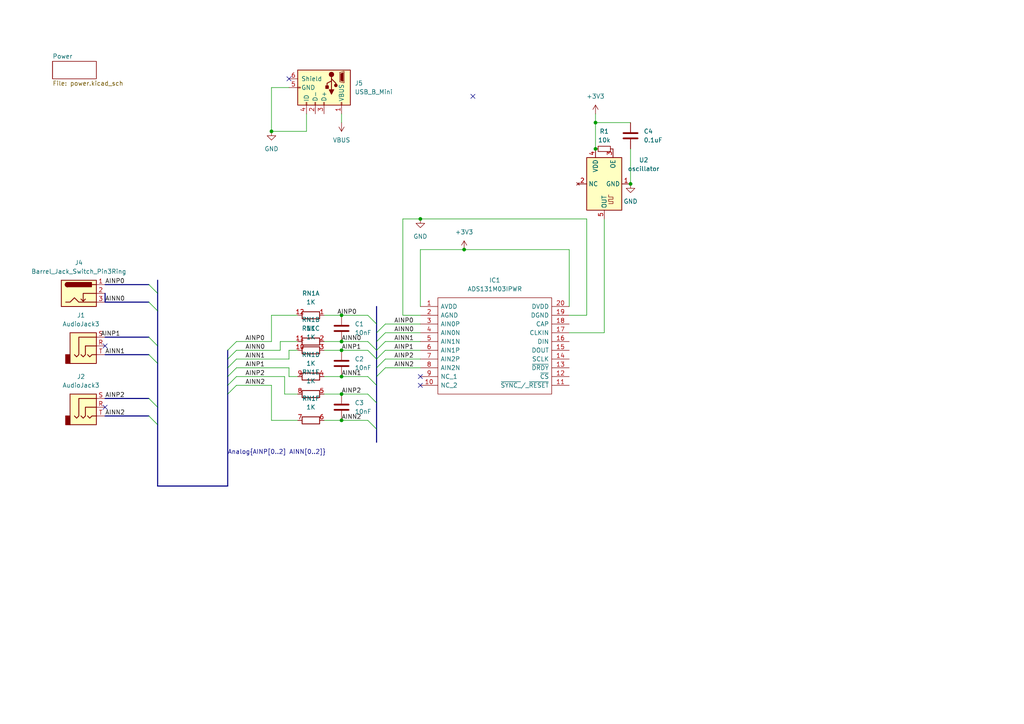
<source format=kicad_sch>
(kicad_sch (version 20230121) (generator eeschema)
  (paper "A4")
  (lib_symbols
    (symbol "ADS131M03IPWR:ADS131M03IPWR" (pin_names (offset 0.762))
      (property "Reference" "IC" (at 39.37 7.62 0))
      (property "Value" "ADS131M03IPWR" (at 39.37 5.08 0))
      (symbol "ADS131M03IPWR_0_0"
        (pin passive line (at 0 0 0) (length 5.08) (name "AVDD") (number "1"))
        (pin passive line (at 0 -22.86 0) (length 5.08) (name "NC_2") (number "10"))
        (pin passive line (at 43.18 -22.86 180) (length 5.08) (name "~{SYNC_}/_~{RESET}") (number "11"))
        (pin passive line (at 43.18 -20.32 180) (length 5.08) (name "~{CS}") (number "12"))
        (pin passive line (at 43.18 -17.78 180) (length 5.08) (name "~{DRDY}") (number "13"))
        (pin passive line (at 43.18 -15.24 180) (length 5.08) (name "SCLK") (number "14"))
        (pin passive line (at 43.18 -12.7 180) (length 5.08) (name "DOUT") (number "15"))
        (pin passive line (at 43.18 -10.16 180) (length 5.08) (name "DIN") (number "16"))
        (pin passive line (at 43.18 -7.62 180) (length 5.08) (name "CLKIN") (number "17"))
        (pin passive line (at 43.18 -5.08 180) (length 5.08) (name "CAP") (number "18"))
        (pin passive line (at 43.18 -2.54 180) (length 5.08) (name "DGND") (number "19"))
        (pin passive line (at 0 -2.54 0) (length 5.08) (name "AGND") (number "2"))
        (pin passive line (at 43.18 0 180) (length 5.08) (name "DVDD") (number "20"))
        (pin passive line (at 0 -5.08 0) (length 5.08) (name "AIN0P") (number "3"))
        (pin passive line (at 0 -7.62 0) (length 5.08) (name "AIN0N") (number "4"))
        (pin passive line (at 0 -10.16 0) (length 5.08) (name "AIN1N") (number "5"))
        (pin passive line (at 0 -12.7 0) (length 5.08) (name "AIN1P") (number "6"))
        (pin passive line (at 0 -15.24 0) (length 5.08) (name "AIN2P") (number "7"))
        (pin passive line (at 0 -17.78 0) (length 5.08) (name "AIN2N") (number "8"))
        (pin passive line (at 0 -20.32 0) (length 5.08) (name "NC_1") (number "9"))
      )
      (symbol "ADS131M03IPWR_0_1"
        (polyline (pts (xy 5.08 2.54) (xy 38.1 2.54) (xy 38.1 -25.4) (xy 5.08 -25.4) (xy 5.08 2.54)) (stroke (width 0.1524)))
      )
    )
    (symbol "Connector:Barrel_Jack_Switch_Pin3Ring" (pin_names hide)
      (property "Reference" "J" (at 0 5.334 0))
      (property "Value" "Barrel_Jack_Switch_Pin3Ring" (at 0 -5.08 0))
      (symbol "Barrel_Jack_Switch_Pin3Ring_0_1"
        (rectangle (start -5.08 3.81) (end 5.08 -3.81) (stroke (width 0.254)) (fill (type background)))
        (arc (start -3.302 3.175) (mid -3.9343 2.54) (end -3.302 1.905) (stroke (width 0.254)))
        (arc (start -3.302 3.175) (mid -3.9343 2.54) (end -3.302 1.905) (stroke (width 0.254)) (fill (type outline)))
        (polyline (pts (xy 1.27 -2.286) (xy 1.905 -1.651)) (stroke (width 0.254)))
        (polyline (pts (xy 5.08 2.54) (xy 3.81 2.54)) (stroke (width 0.254)))
        (polyline (pts (xy 5.08 0) (xy 1.27 0) (xy 1.27 -2.286) (xy 0.635 -1.651)) (stroke (width 0.254)))
        (polyline (pts (xy -3.81 -2.54) (xy -2.54 -2.54) (xy -1.27 -1.27) (xy 0 -2.54) (xy 2.54 -2.54) (xy 5.08 -2.54)) (stroke (width 0.254)))
        (rectangle (start 3.683 3.175) (end -3.302 1.905) (stroke (width 0.254)) (fill (type outline)))
      )
      (symbol "Barrel_Jack_Switch_Pin3Ring_1_1"
        (pin passive line (at 7.62 2.54 180) (length 2.54) (name "~") (number "1"))
        (pin passive line (at 7.62 0 180) (length 2.54) (name "~") (number "2"))
        (pin passive line (at 7.62 -2.54 180) (length 2.54) (name "~") (number "3"))
      )
    )
    (symbol "Connector:USB_B_Mini" (pin_names (offset 1.016))
      (property "Reference" "J" (at -5.08 11.43 0))
      (property "Value" "USB_B_Mini" (at -5.08 8.89 0))
      (symbol "USB_B_Mini_0_1"
        (rectangle (start -5.08 -7.62) (end 5.08 7.62) (stroke (width 0.254)) (fill (type background)))
        (circle (center -3.81 2.159) (radius 0.635) (stroke (width 0.254)) (fill (type outline)))
        (circle (center -0.635 3.429) (radius 0.381) (stroke (width 0.254)) (fill (type outline)))
        (rectangle (start -0.127 -7.62) (end 0.127 -6.858))
        (polyline (pts (xy -1.905 2.159) (xy 0.635 2.159)) (stroke (width 0.254)))
        (polyline (pts (xy -3.175 2.159) (xy -2.54 2.159) (xy -1.27 3.429) (xy -0.635 3.429)) (stroke (width 0.254)))
        (polyline (pts (xy -2.54 2.159) (xy -1.905 2.159) (xy -1.27 0.889) (xy 0 0.889)) (stroke (width 0.254)))
        (polyline (pts (xy 0.635 2.794) (xy 0.635 1.524) (xy 1.905 2.159) (xy 0.635 2.794)) (stroke (width 0.254)) (fill (type outline)))
        (polyline (pts (xy -4.318 5.588) (xy -1.778 5.588) (xy -2.032 4.826) (xy -4.064 4.826) (xy -4.318 5.588)) (fill (type outline)))
        (polyline (pts (xy -4.699 5.842) (xy -4.699 5.588) (xy -4.445 4.826) (xy -4.445 4.572) (xy -1.651 4.572) (xy -1.651 4.826) (xy -1.397 5.588) (xy -1.397 5.842) (xy -4.699 5.842)))
        (rectangle (start 0.254 1.27) (end -0.508 0.508) (stroke (width 0.254)) (fill (type outline)))
        (rectangle (start 5.08 -5.207) (end 4.318 -4.953))
        (rectangle (start 5.08 -2.667) (end 4.318 -2.413))
        (rectangle (start 5.08 -0.127) (end 4.318 0.127))
        (rectangle (start 5.08 4.953) (end 4.318 5.207))
      )
      (symbol "USB_B_Mini_1_1"
        (pin power_out line (at 7.62 5.08 180) (length 2.54) (name "VBUS") (number "1"))
        (pin bidirectional line (at 7.62 -2.54 180) (length 2.54) (name "D-") (number "2"))
        (pin bidirectional line (at 7.62 0 180) (length 2.54) (name "D+") (number "3"))
        (pin passive line (at 7.62 -5.08 180) (length 2.54) (name "ID") (number "4"))
        (pin power_out line (at 0 -10.16 90) (length 2.54) (name "GND") (number "5"))
        (pin passive line (at -2.54 -10.16 90) (length 2.54) (name "Shield") (number "6"))
      )
    )
    (symbol "Connector_Audio:AudioJack3"
      (property "Reference" "J" (at 0 8.89 0))
      (property "Value" "AudioJack3" (at 0 6.35 0))
      (symbol "AudioJack3_0_1"
        (rectangle (start -5.08 -5.08) (end -6.35 -2.54) (stroke (width 0.254)) (fill (type outline)))
        (polyline (pts (xy 0 -2.54) (xy 0.635 -3.175) (xy 1.27 -2.54) (xy 2.54 -2.54)) (stroke (width 0.254)))
        (polyline (pts (xy -1.905 -2.54) (xy -1.27 -3.175) (xy -0.635 -2.54) (xy -0.635 0) (xy 2.54 0)) (stroke (width 0.254)))
        (polyline (pts (xy 2.54 2.54) (xy -2.54 2.54) (xy -2.54 -2.54) (xy -3.175 -3.175) (xy -3.81 -2.54)) (stroke (width 0.254)))
        (rectangle (start 2.54 3.81) (end -5.08 -5.08) (stroke (width 0.254)) (fill (type background)))
      )
      (symbol "AudioJack3_1_1"
        (pin passive line (at 5.08 0 180) (length 2.54) (name "~") (number "R"))
        (pin passive line (at 5.08 2.54 180) (length 2.54) (name "~") (number "S"))
        (pin passive line (at 5.08 -2.54 180) (length 2.54) (name "~") (number "T"))
      )
    )
    (symbol "Device:C" (pin_numbers hide) (pin_names (offset 0.254))
      (property "Reference" "C" (at 0.635 2.54 0))
      (property "Value" "C" (at 0.635 -2.54 0))
      (symbol "C_0_1"
        (polyline (pts (xy -2.032 -0.762) (xy 2.032 -0.762)) (stroke (width 0.508)))
        (polyline (pts (xy -2.032 0.762) (xy 2.032 0.762)) (stroke (width 0.508)))
      )
      (symbol "C_1_1"
        (pin passive line (at 0 3.81 270) (length 2.794) (name "~") (number "1"))
        (pin passive line (at 0 -3.81 90) (length 2.794) (name "~") (number "2"))
      )
    )
    (symbol "Device:R_Pack06_Split" (pin_names (offset 0) hide)
      (property "Reference" "RN" (at 2.032 0 90))
      (property "Value" "R_Pack06_Split" (at 0 0 90))
      (symbol "R_Pack06_Split_0_1"
        (rectangle (start 1.016 2.54) (end -1.016 -2.54) (stroke (width 0.254)))
      )
      (symbol "R_Pack06_Split_1_1"
        (pin passive line (at 0 -3.81 90) (length 1.27) (name "R1.1") (number "1"))
        (pin passive line (at 0 3.81 270) (length 1.27) (name "R1.2") (number "12"))
      )
      (symbol "R_Pack06_Split_2_1"
        (pin passive line (at 0 3.81 270) (length 1.27) (name "R2.2") (number "11"))
        (pin passive line (at 0 -3.81 90) (length 1.27) (name "R2.1") (number "2"))
      )
      (symbol "R_Pack06_Split_3_1"
        (pin passive line (at 0 3.81 270) (length 1.27) (name "R3.2") (number "10"))
        (pin passive line (at 0 -3.81 90) (length 1.27) (name "R3.1") (number "3"))
      )
      (symbol "R_Pack06_Split_4_1"
        (pin passive line (at 0 -3.81 90) (length 1.27) (name "R4.1") (number "4"))
        (pin passive line (at 0 3.81 270) (length 1.27) (name "R4.2") (number "9"))
      )
      (symbol "R_Pack06_Split_5_1"
        (pin passive line (at 0 -3.81 90) (length 1.27) (name "R5.1") (number "5"))
        (pin passive line (at 0 3.81 270) (length 1.27) (name "R5.2") (number "8"))
      )
      (symbol "R_Pack06_Split_6_1"
        (pin passive line (at 0 -3.81 90) (length 1.27) (name "R6.1") (number "6"))
        (pin passive line (at 0 3.81 270) (length 1.27) (name "R6.2") (number "7"))
      )
    )
    (symbol "Device:R_Small" (pin_numbers hide) (pin_names (offset 0.254) hide)
      (property "Reference" "R" (at 0.762 0.508 0))
      (property "Value" "R_Small" (at 0.762 -1.016 0))
      (symbol "R_Small_0_1"
        (rectangle (start -0.762 1.778) (end 0.762 -1.778) (stroke (width 0.2032)))
      )
      (symbol "R_Small_1_1"
        (pin passive line (at 0 2.54 270) (length 0.762) (name "~") (number "1"))
        (pin passive line (at 0 -2.54 90) (length 0.762) (name "~") (number "2"))
      )
    )
    (symbol "PVrouter:oscillator"
      (property "Reference" "U" (at -6.35 6.35 0))
      (property "Value" "oscillator" (at 7.62 6.35 0))
      (symbol "oscillator_1_1"
        (rectangle (start -7.62 5.08) (end 7.62 -5.08) (stroke (width 0.254)) (fill (type background)))
        (polyline (pts (xy 3.175 1.27) (xy 3.81 1.27) (xy 3.81 2.54) (xy 4.445 2.54) (xy 4.445 1.27) (xy 5.08 1.27) (xy 5.08 2.54) (xy 5.715 2.54) (xy 5.715 1.27)))
        (pin power_in line (at 0 7.62 270) (length 2.54) (name "GND") (number "1"))
        (pin no_connect line (at 0 -7.62 90) (length 2.54) (name "NC") (number "2"))
        (pin input line (at -10.16 2.54 0) (length 2.54) (name "OE") (number "3"))
        (pin power_in line (at -10.16 -2.54 0) (length 2.54) (name "VDD") (number "4"))
        (pin output line (at 10.16 0 180) (length 2.54) (name "OUT") (number "5"))
      )
    )
    (symbol "power:+3V3" (power) (pin_names (offset 0))
      (property "Value" "+3V3" (at 0 3.556 0))
      (symbol "+3V3_0_1"
        (polyline (pts (xy -0.762 1.27) (xy 0 2.54)))
        (polyline (pts (xy 0 0) (xy 0 2.54)))
        (polyline (pts (xy 0 2.54) (xy 0.762 1.27)))
      )
      (symbol "+3V3_1_1"
        (pin power_in line (at 0 0 90) (length 0) hide (name "+3V3") (number "1"))
      )
    )
    (symbol "power:GND" (power) (pin_names (offset 0))
      (property "Value" "GND" (at 0 -3.81 0))
      (symbol "GND_0_1"
        (polyline (pts (xy 0 0) (xy 0 -1.27) (xy 1.27 -1.27) (xy 0 -2.54) (xy -1.27 -1.27) (xy 0 -1.27)))
      )
      (symbol "GND_1_1"
        (pin power_in line (at 0 0 270) (length 0) hide (name "GND") (number "1"))
      )
    )
    (symbol "power:VBUS" (power) (pin_names (offset 0))
      (property "Value" "VBUS" (at 0 3.81 0))
      (symbol "VBUS_0_1"
        (polyline (pts (xy -0.762 1.27) (xy 0 2.54)))
        (polyline (pts (xy 0 0) (xy 0 2.54)))
        (polyline (pts (xy 0 2.54) (xy 0.762 1.27)))
      )
      (symbol "VBUS_1_1"
        (pin power_in line (at 0 0 90) (length 0) hide (name "VBUS") (number "1"))
      )
    )
  )
  (junction (at 121.92 63.5))
  (junction (at 172.72 35.56))
  (junction (at 78.74 38.1))
  (junction (at 99.06 101.6))
  (junction (at 99.06 99.06))
  (junction (at 99.06 109.22))
  (junction (at 99.06 114.3))
  (junction (at 99.06 91.44))
  (junction (at 134.62 72.39))
  (junction (at 99.06 121.92))
  (junction (at 172.72 43.18))
  (junction (at 182.88 53.34))
  (no_connect (at 30.48 100.33))
  (no_connect (at 121.92 109.22))
  (no_connect (at 30.48 118.11))
  (no_connect (at 83.82 22.86))
  (no_connect (at 137.16 27.94))
  (no_connect (at 121.92 111.76))
  (bus_entry (at 43.18 120.65) (size 2.54 2.54))
  (bus_entry (at 66.04 101.6) (size 2.54 -2.54))
  (bus_entry (at 106.68 121.92) (size 2.54 2.54))
  (bus_entry (at 66.04 104.14) (size 2.54 -2.54))
  (bus_entry (at 106.68 109.22) (size 2.54 2.54))
  (bus_entry (at 66.04 111.76) (size 2.54 -2.54))
  (bus_entry (at 106.68 99.06) (size 2.54 2.54))
  (bus_entry (at 106.68 101.6) (size 2.54 2.54))
  (bus_entry (at 106.68 114.3) (size 2.54 2.54))
  (bus_entry (at 109.22 101.6) (size 2.54 -2.54))
  (bus_entry (at 106.68 91.44) (size 2.54 2.54))
  (bus_entry (at 43.18 97.79) (size 2.54 2.54))
  (bus_entry (at 109.22 96.52) (size 2.54 -2.54))
  (bus_entry (at 66.04 114.3) (size 2.54 -2.54))
  (bus_entry (at 43.18 102.87) (size 2.54 2.54))
  (bus_entry (at 109.22 99.06) (size 2.54 -2.54))
  (bus_entry (at 66.04 109.22) (size 2.54 -2.54))
  (bus_entry (at 109.22 106.68) (size 2.54 -2.54))
  (bus_entry (at 43.18 82.55) (size 2.54 2.54))
  (bus_entry (at 109.22 109.22) (size 2.54 -2.54))
  (bus_entry (at 43.18 115.57) (size 2.54 2.54))
  (bus_entry (at 109.22 104.14) (size 2.54 -2.54))
  (bus_entry (at 43.18 87.63) (size 2.54 2.54))
  (bus_entry (at 66.04 106.68) (size 2.54 -2.54))
  (bus (pts (xy 45.72 140.97) (xy 66.04 140.97)))
  (wire (pts (xy 93.98 101.6) (xy 99.06 101.6)))
  (wire (pts (xy 172.72 35.56) (xy 182.88 35.56)))
  (bus (pts (xy 109.22 116.84) (xy 109.22 124.46)))
  (wire (pts (xy 78.74 91.44) (xy 86.36 91.44)))
  (wire (pts (xy 111.76 96.52) (xy 121.92 96.52)))
  (bus (pts (xy 66.04 106.68) (xy 66.04 109.22)))
  (wire (pts (xy 93.98 109.22) (xy 99.06 109.22)))
  (wire (pts (xy 99.06 91.44) (xy 106.68 91.44)))
  (wire (pts (xy 93.98 121.92) (xy 99.06 121.92)))
  (bus (pts (xy 109.22 124.46) (xy 109.22 128.27)))
  (wire (pts (xy 93.98 114.3) (xy 99.06 114.3)))
  (bus (pts (xy 45.72 90.17) (xy 45.72 100.33)))
  (bus (pts (xy 45.72 81.28) (xy 45.72 85.09)))
  (bus (pts (xy 109.22 96.52) (xy 109.22 99.06)))
  (wire (pts (xy 68.58 104.14) (xy 83.82 104.14)))
  (wire (pts (xy 111.76 106.68) (xy 121.92 106.68)))
  (wire (pts (xy 99.06 99.06) (xy 106.68 99.06)))
  (wire (pts (xy 93.98 91.44) (xy 99.06 91.44)))
  (wire (pts (xy 99.06 121.92) (xy 106.68 121.92)))
  (bus (pts (xy 30.48 85.09) (xy 30.48 87.63)))
  (wire (pts (xy 170.18 91.44) (xy 165.1 91.44)))
  (wire (pts (xy 68.58 99.06) (xy 78.74 99.06)))
  (wire (pts (xy 116.84 63.5) (xy 121.92 63.5)))
  (wire (pts (xy 82.55 114.3) (xy 86.36 114.3)))
  (wire (pts (xy 82.55 109.22) (xy 82.55 114.3)))
  (bus (pts (xy 66.04 111.76) (xy 66.04 114.3)))
  (wire (pts (xy 111.76 104.14) (xy 121.92 104.14)))
  (bus (pts (xy 66.04 104.14) (xy 66.04 106.68)))
  (bus (pts (xy 30.48 87.63) (xy 43.18 87.63)))
  (bus (pts (xy 109.22 104.14) (xy 109.22 106.68)))
  (wire (pts (xy 182.88 43.18) (xy 182.88 53.34)))
  (bus (pts (xy 45.72 100.33) (xy 45.72 105.41)))
  (wire (pts (xy 78.74 121.92) (xy 86.36 121.92)))
  (bus (pts (xy 109.22 109.22) (xy 109.22 111.76)))
  (wire (pts (xy 93.98 99.06) (xy 99.06 99.06)))
  (wire (pts (xy 111.76 101.6) (xy 121.92 101.6)))
  (wire (pts (xy 175.26 63.5) (xy 175.26 96.52)))
  (bus (pts (xy 66.04 114.3) (xy 66.04 140.97)))
  (wire (pts (xy 172.72 35.56) (xy 172.72 43.18)))
  (wire (pts (xy 116.84 91.44) (xy 116.84 63.5)))
  (bus (pts (xy 109.22 111.76) (xy 109.22 116.84)))
  (bus (pts (xy 109.22 93.98) (xy 109.22 96.52)))
  (bus (pts (xy 30.48 97.79) (xy 43.18 97.79)))
  (wire (pts (xy 68.58 111.76) (xy 78.74 111.76)))
  (wire (pts (xy 111.76 99.06) (xy 121.92 99.06)))
  (wire (pts (xy 99.06 33.02) (xy 99.06 35.56)))
  (wire (pts (xy 81.28 99.06) (xy 86.36 99.06)))
  (wire (pts (xy 134.62 72.39) (xy 165.1 72.39)))
  (wire (pts (xy 88.9 33.02) (xy 88.9 38.1)))
  (wire (pts (xy 83.82 25.4) (xy 78.74 25.4)))
  (wire (pts (xy 83.82 104.14) (xy 83.82 101.6)))
  (wire (pts (xy 83.82 106.68) (xy 83.82 109.22)))
  (bus (pts (xy 30.48 102.87) (xy 43.18 102.87)))
  (bus (pts (xy 109.22 88.9) (xy 109.22 93.98)))
  (bus (pts (xy 66.04 101.6) (xy 66.04 104.14)))
  (wire (pts (xy 121.92 88.9) (xy 121.92 72.39)))
  (bus (pts (xy 45.72 105.41) (xy 45.72 118.11)))
  (bus (pts (xy 30.48 120.65) (xy 43.18 120.65)))
  (wire (pts (xy 68.58 109.22) (xy 82.55 109.22)))
  (wire (pts (xy 170.18 63.5) (xy 170.18 91.44)))
  (wire (pts (xy 83.82 101.6) (xy 86.36 101.6)))
  (wire (pts (xy 78.74 91.44) (xy 78.74 99.06)))
  (wire (pts (xy 78.74 111.76) (xy 78.74 121.92)))
  (bus (pts (xy 30.48 115.57) (xy 43.18 115.57)))
  (wire (pts (xy 99.06 101.6) (xy 106.68 101.6)))
  (wire (pts (xy 78.74 25.4) (xy 78.74 38.1)))
  (wire (pts (xy 99.06 114.3) (xy 106.68 114.3)))
  (wire (pts (xy 172.72 33.02) (xy 172.72 35.56)))
  (wire (pts (xy 99.06 109.22) (xy 106.68 109.22)))
  (wire (pts (xy 121.92 91.44) (xy 116.84 91.44)))
  (wire (pts (xy 121.92 72.39) (xy 134.62 72.39)))
  (wire (pts (xy 68.58 106.68) (xy 83.82 106.68)))
  (bus (pts (xy 109.22 101.6) (xy 109.22 104.14)))
  (wire (pts (xy 165.1 96.52) (xy 175.26 96.52)))
  (bus (pts (xy 45.72 123.19) (xy 45.72 140.97)))
  (bus (pts (xy 109.22 106.68) (xy 109.22 109.22)))
  (wire (pts (xy 81.28 99.06) (xy 81.28 101.6)))
  (bus (pts (xy 109.22 99.06) (xy 109.22 101.6)))
  (bus (pts (xy 45.72 118.11) (xy 45.72 123.19)))
  (bus (pts (xy 45.72 85.09) (xy 45.72 90.17)))
  (wire (pts (xy 83.82 109.22) (xy 86.36 109.22)))
  (wire (pts (xy 68.58 101.6) (xy 81.28 101.6)))
  (bus (pts (xy 30.48 82.55) (xy 43.18 82.55)))
  (wire (pts (xy 165.1 72.39) (xy 165.1 88.9)))
  (wire (pts (xy 121.92 63.5) (xy 170.18 63.5)))
  (wire (pts (xy 111.76 93.98) (xy 121.92 93.98)))
  (bus (pts (xy 66.04 109.22) (xy 66.04 111.76)))
  (wire (pts (xy 78.74 38.1) (xy 88.9 38.1)))
  (label "AINP2" (at 71.12 109.22 0))
  (label "AINN0" (at 99.06 99.06 0))
  (label "AINN0" (at 114.3 96.52 0))
  (label "AINP0" (at 97.79 91.44 0))
  (label "AINN0" (at 30.48 87.63 0))
  (label "AINP0" (at 114.3 93.98 0))
  (label "AINP2" (at 30.48 115.57 0))
  (label "AINN1" (at 99.06 109.22 0))
  (label "AINP0" (at 30.48 82.55 0))
  (label "AINP1" (at 29.21 97.79 0))
  (label "Analog{AINP[0..2] AINN[0..2]}" (at 66.04 132.08 0))
  (label "AINN1" (at 71.12 104.14 0))
  (label "AINN2" (at 30.48 120.65 0))
  (label "AINP1" (at 99.06 101.6 0))
  (label "AINP2" (at 114.3 104.14 0))
  (label "AINN1" (at 114.3 99.06 0))
  (label "AINP0" (at 71.12 99.06 0))
  (label "AINN0" (at 71.12 101.6 0))
  (label "AINP1" (at 114.3 101.6 0))
  (label "AINN2" (at 114.3 106.68 0))
  (label "AINN2" (at 71.12 111.76 0))
  (label "AINN2" (at 99.06 121.92 0))
  (label "AINP2" (at 99.06 114.3 0))
  (label "AINN1" (at 30.48 102.87 0))
  (label "AINP1" (at 71.12 106.68 0))
  (symbol (lib_id "Device:C") (at 99.06 105.41 0) (unit 1)
    (property "Reference" "C2" (at 102.87 104.14 0) (effects (justify left)))
    (property "Value" "10nF" (at 102.87 106.68 0) (effects (justify left)))
  )
  (symbol (lib_id "power:+3V3") (at 172.72 33.02 0) (unit 1)
    (property "Reference" "#PWR01" (effects hide))
    (property "Value" "+3V3" (at 172.72 27.94 0))
  )
  (symbol (lib_id "power:+3V3") (at 134.62 72.39 0) (unit 1)
    (property "Reference" "#PWR04" (effects hide))
    (property "Value" "+3V3" (at 134.62 67.31 0))
  )
  (symbol (lib_id "Connector:USB_B_Mini") (at 93.98 25.4 270) (unit 1)
    (property "Reference" "J5" (at 102.87 24.13 90) (effects (justify left)))
    (property "Value" "USB_B_Mini" (at 102.87 26.67 90) (effects (justify left)))
  )
  (symbol (lib_id "Device:R_Pack06_Split") (at 90.17 91.44 90) (unit 1)
    (property "Reference" "RN1" (at 90.17 85.09 90))
    (property "Value" "1K" (at 90.17 87.63 90))
  )
  (symbol (lib_id "Device:C") (at 99.06 95.25 0) (unit 1)
    (property "Reference" "C1" (at 102.87 93.98 0) (effects (justify left)))
    (property "Value" "10nF" (at 102.87 96.52 0) (effects (justify left)))
  )
  (symbol (lib_id "Device:R_Small") (at 175.26 43.18 90) (unit 1)
    (property "Reference" "R1" (at 175.26 38.1 90))
    (property "Value" "10k" (at 175.26 40.64 90))
  )
  (symbol (lib_id "PVrouter:oscillator") (at 175.26 53.34 270) (unit 1)
    (property "Reference" "U2" (at 186.69 46.4119 90))
    (property "Value" "oscillator" (at 186.69 48.9519 90))
    (property "Footprint" "Package_TO_SOT_SMD:SOT-23-5_HandSoldering" (effects hide))
    (property "Datasheet" "https://www.analog.com/media/en/technical-documentation/data-sheets/6905xfa.pdf" (effects hide))
  )
  (symbol (lib_id "power:GND") (at 121.92 63.5 0) (unit 1)
    (property "Reference" "#PWR03" (effects hide))
    (property "Value" "GND" (at 121.92 68.58 0))
  )
  (symbol (lib_id "Device:C") (at 182.88 39.37 0) (unit 1)
    (property "Reference" "C4" (at 186.69 38.1 0) (effects (justify left)))
    (property "Value" "0.1uF" (at 186.69 40.64 0) (effects (justify left)))
  )
  (symbol (lib_id "ADS131M03IPWR:ADS131M03IPWR") (at 121.92 88.9 0) (unit 1)
    (property "Reference" "IC1" (at 143.51 81.28 0))
    (property "Value" "ADS131M03IPWR" (at 143.51 83.82 0))
    (property "Footprint" "SOP65P640X120-20N" (effects hide))
    (property "Datasheet" "https://www.ti.com/lit/ds/symlink/ads131m03.pdf?ts=1627392539825&ref_url=https%253A%252F%252Fwww.ti.com%252Fproduct%252FADS131M03%253FkeyMatch%253DADS131M03IPWR%2526tisearch%253Dsearch-everything%2526usecase%253DOPN" (effects hide))
    (property "Description" "Analog to Digital Converters - ADC 24-bit, 32-kSPS, 3-channel, simultaneous-sampling, delta-sigma ADC" (effects hide))
    (property "Height" "1.2" (effects hide))
    (property "Mouser Part Number" "595-ADS131M03IPWR" (effects hide))
    (property "Mouser Price/Stock" "https://www.mouser.co.uk/ProductDetail/Texas-Instruments/ADS131M03IPWR?qs=Jslch3jnSjnSosXolUzTvg%3D%3D" (effects hide))
    (property "Manufacturer_Name" "Texas Instruments" (effects hide))
    (property "Manufacturer_Part_Number" "ADS131M03IPWR" (effects hide))
  )
  (symbol (lib_id "Device:R_Pack06_Split") (at 90.17 109.22 90) (unit 4)
    (property "Reference" "RN1" (at 90.17 102.87 90))
    (property "Value" "1K" (at 90.17 105.41 90))
  )
  (symbol (lib_id "power:VBUS") (at 99.06 35.56 180) (unit 1)
    (property "Reference" "#PWR012" (effects hide))
    (property "Value" "VBUS" (at 99.06 40.64 0))
  )
  (symbol (lib_id "Device:R_Pack06_Split") (at 90.17 99.06 90) (unit 2)
    (property "Reference" "RN1" (at 90.17 92.71 90))
    (property "Value" "1K" (at 90.17 95.25 90))
  )
  (symbol (lib_id "Connector_Audio:AudioJack3") (at 25.4 118.11 0) (unit 1)
    (property "Reference" "J2" (at 23.495 109.22 0))
    (property "Value" "AudioJack3" (at 23.495 111.76 0))
  )
  (symbol (lib_id "power:GND") (at 78.74 38.1 0) (unit 1)
    (property "Reference" "#PWR011" (effects hide))
    (property "Value" "GND" (at 78.74 43.18 0))
  )
  (symbol (lib_id "Device:R_Pack06_Split") (at 90.17 101.6 90) (unit 3)
    (property "Reference" "RN1" (at 90.17 95.25 90))
    (property "Value" "1K" (at 90.17 97.79 90))
  )
  (symbol (lib_id "Connector:Barrel_Jack_Switch_Pin3Ring") (at 22.86 85.09 0) (unit 1)
    (property "Reference" "J4" (at 22.86 76.2 0))
    (property "Value" "Barrel_Jack_Switch_Pin3Ring" (at 22.86 78.74 0))
  )
  (symbol (lib_id "Device:R_Pack06_Split") (at 90.17 114.3 90) (unit 5)
    (property "Reference" "RN1" (at 90.17 107.95 90))
    (property "Value" "1K" (at 90.17 110.49 90))
  )
  (symbol (lib_id "Device:R_Pack06_Split") (at 90.17 121.92 90) (unit 6)
    (property "Reference" "RN1" (at 90.17 115.57 90))
    (property "Value" "1K" (at 90.17 118.11 90))
  )
  (symbol (lib_id "Device:C") (at 99.06 118.11 0) (unit 1)
    (property "Reference" "C3" (at 102.87 116.84 0) (effects (justify left)))
    (property "Value" "10nF" (at 102.87 119.38 0) (effects (justify left)))
  )
  (symbol (lib_id "Connector_Audio:AudioJack3") (at 25.4 100.33 0) (unit 1)
    (property "Reference" "J1" (at 23.495 91.44 0))
    (property "Value" "AudioJack3" (at 23.495 93.98 0))
    (property "Footprint" "Connector_Audio:Jack_3.5mm_CUI_SJ1-3523N_Horizontal" (effects hide))
  )
  (symbol (lib_id "power:GND") (at 182.88 53.34 0) (unit 1)
    (property "Reference" "#PWR02" (effects hide))
    (property "Value" "GND" (at 182.88 58.42 0))
  )
  (sheet (at 15.24 17.78) (size 12.7 5.08) (stroke (width 0.1524))
    (property "Sheetname" "Power" (at 15.24 17.0684 0) (effects (justify left bottom)))
    (property "Sheetfile" "power.kicad_sch" (at 15.24 23.4446 0) (effects (justify left top)))
  )
)
</source>
